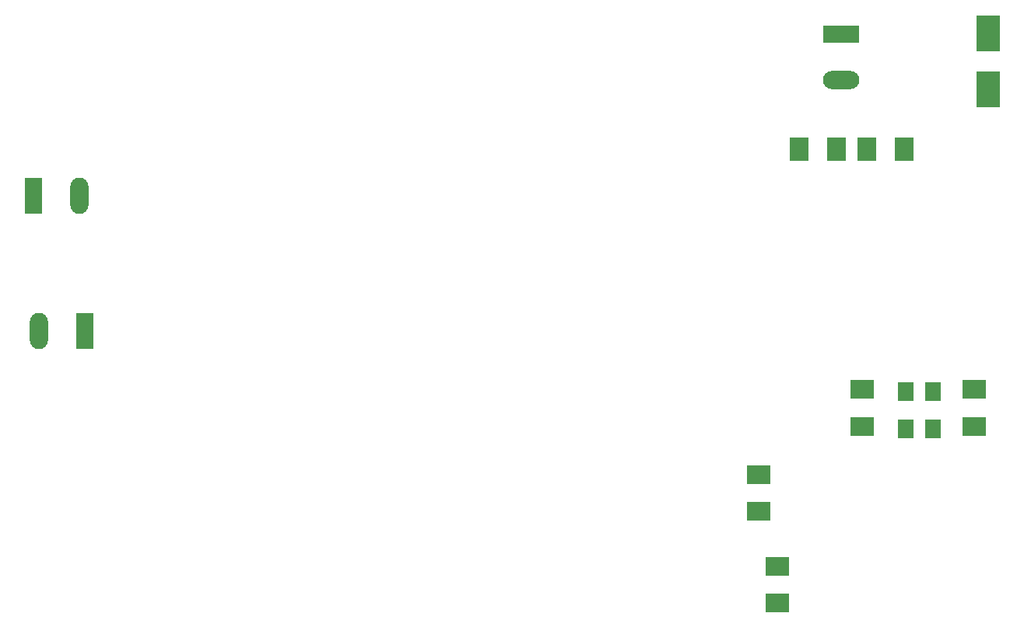
<source format=gbr>
G04 #@! TF.FileFunction,Paste,Top*
%FSLAX46Y46*%
G04 Gerber Fmt 4.6, Leading zero omitted, Abs format (unit mm)*
G04 Created by KiCad (PCBNEW 4.0.7-e2-6376~58~ubuntu14.04.1) date Tue Oct  3 22:56:20 2017*
%MOMM*%
%LPD*%
G01*
G04 APERTURE LIST*
%ADD10C,0.100000*%
%ADD11R,2.500000X4.000000*%
%ADD12R,1.700000X2.000000*%
%ADD13R,3.960000X1.980000*%
%ADD14O,3.960000X1.980000*%
%ADD15R,1.980000X3.960000*%
%ADD16O,1.980000X3.960000*%
%ADD17R,2.000000X2.500000*%
%ADD18R,2.500000X2.000000*%
G04 APERTURE END LIST*
D10*
D11*
X158000000Y-76050000D03*
X158000000Y-69950000D03*
D12*
X149000000Y-113000000D03*
X149000000Y-109000000D03*
X152000000Y-113000000D03*
X152000000Y-109000000D03*
D13*
X142000000Y-70000000D03*
D14*
X142000000Y-75000000D03*
D15*
X59690000Y-102362000D03*
D16*
X54690000Y-102362000D03*
D15*
X54102000Y-87630000D03*
D16*
X59102000Y-87630000D03*
D17*
X144812000Y-82550000D03*
X148812000Y-82550000D03*
X137446000Y-82550000D03*
X141446000Y-82550000D03*
D18*
X144272000Y-108744000D03*
X144272000Y-112744000D03*
X156464000Y-108744000D03*
X156464000Y-112744000D03*
X135000000Y-128000000D03*
X135000000Y-132000000D03*
X133000000Y-118000000D03*
X133000000Y-122000000D03*
M02*

</source>
